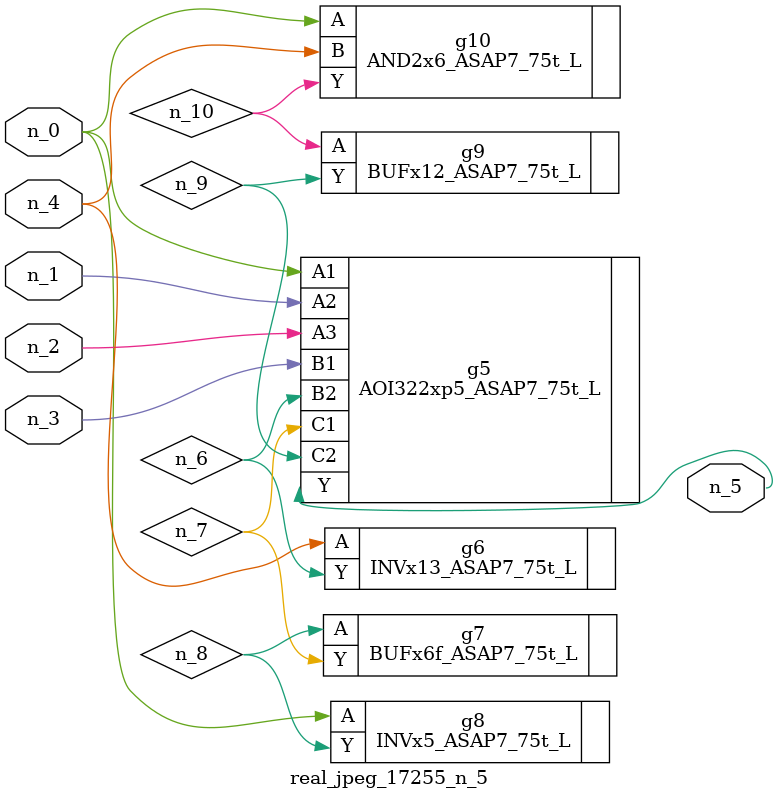
<source format=v>
module real_jpeg_17255_n_5 (n_4, n_0, n_1, n_2, n_3, n_5);

input n_4;
input n_0;
input n_1;
input n_2;
input n_3;

output n_5;

wire n_8;
wire n_6;
wire n_7;
wire n_10;
wire n_9;

AOI322xp5_ASAP7_75t_L g5 ( 
.A1(n_0),
.A2(n_1),
.A3(n_2),
.B1(n_3),
.B2(n_6),
.C1(n_7),
.C2(n_9),
.Y(n_5)
);

INVx5_ASAP7_75t_L g8 ( 
.A(n_0),
.Y(n_8)
);

AND2x6_ASAP7_75t_L g10 ( 
.A(n_0),
.B(n_4),
.Y(n_10)
);

INVx13_ASAP7_75t_L g6 ( 
.A(n_4),
.Y(n_6)
);

BUFx6f_ASAP7_75t_L g7 ( 
.A(n_8),
.Y(n_7)
);

BUFx12_ASAP7_75t_L g9 ( 
.A(n_10),
.Y(n_9)
);


endmodule
</source>
